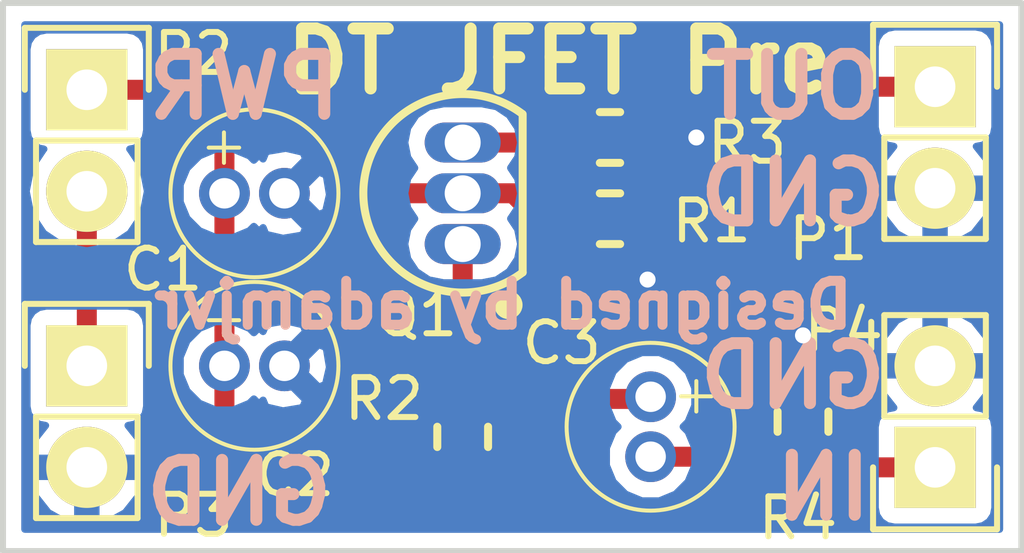
<source format=kicad_pcb>
(kicad_pcb (version 20160815) (host pcbnew "(2016-09-14 revision 83ed3c9)-makepkg")

  (general
    (links 18)
    (no_connects 0)
    (area 82.274105 62.3107 128.911134 83.8743)
    (thickness 1.6)
    (drawings 12)
    (tracks 37)
    (zones 0)
    (modules 12)
    (nets 8)
  )

  (page A4)
  (layers
    (0 F.Cu signal)
    (31 B.Cu signal)
    (32 B.Adhes user)
    (33 F.Adhes user)
    (34 B.Paste user)
    (35 F.Paste user)
    (36 B.SilkS user)
    (37 F.SilkS user)
    (38 B.Mask user)
    (39 F.Mask user)
    (40 Dwgs.User user)
    (41 Cmts.User user)
    (42 Eco1.User user)
    (43 Eco2.User user)
    (44 Edge.Cuts user)
    (45 Margin user)
    (46 B.CrtYd user)
    (47 F.CrtYd user)
    (48 B.Fab user)
    (49 F.Fab user hide)
  )

  (setup
    (last_trace_width 0.1778)
    (user_trace_width 0.1778)
    (user_trace_width 0.381)
    (user_trace_width 0.635)
    (trace_clearance 0.1778)
    (zone_clearance 0.381)
    (zone_45_only yes)
    (trace_min 0.1778)
    (segment_width 0.2)
    (edge_width 0.15)
    (via_size 0.635)
    (via_drill 0.3302)
    (via_min_size 0.635)
    (via_min_drill 0.3302)
    (user_via 0.635 0.3302)
    (uvia_size 0.3)
    (uvia_drill 0.1)
    (uvias_allowed no)
    (uvia_min_size 0.2)
    (uvia_min_drill 0.1)
    (pcb_text_width 0.3)
    (pcb_text_size 1.5 1.5)
    (mod_edge_width 0.15)
    (mod_text_size 1 1)
    (mod_text_width 0.15)
    (pad_size 1.524 1.524)
    (pad_drill 0.762)
    (pad_to_mask_clearance 0.2)
    (aux_axis_origin 0 0)
    (visible_elements 7FFFFFFF)
    (pcbplotparams
      (layerselection 0x010f0_ffffffff)
      (usegerberextensions true)
      (excludeedgelayer true)
      (linewidth 0.100000)
      (plotframeref false)
      (viasonmask false)
      (mode 1)
      (useauxorigin false)
      (hpglpennumber 1)
      (hpglpenspeed 20)
      (hpglpendiameter 15)
      (psnegative false)
      (psa4output false)
      (plotreference true)
      (plotvalue true)
      (plotinvisibletext false)
      (padsonsilk false)
      (subtractmaskfromsilk false)
      (outputformat 1)
      (mirror false)
      (drillshape 0)
      (scaleselection 1)
      (outputdirectory Fab_Output/))
  )

  (net 0 "")
  (net 1 GND)
  (net 2 +9V)
  (net 3 "Net-(C3-Pad2)")
  (net 4 "Net-(C3-Pad1)")
  (net 5 "Net-(P1-Pad1)")
  (net 6 "Net-(P2-Pad2)")
  (net 7 "Net-(Q1-Pad3)")

  (net_class Default "This is the default net class."
    (clearance 0.1778)
    (trace_width 0.1778)
    (via_dia 0.635)
    (via_drill 0.3302)
    (uvia_dia 0.3)
    (uvia_drill 0.1)
    (diff_pair_gap 0.254)
    (diff_pair_width 0.1778)
    (add_net +9V)
    (add_net GND)
    (add_net "Net-(C3-Pad1)")
    (add_net "Net-(C3-Pad2)")
    (add_net "Net-(P1-Pad1)")
    (add_net "Net-(P2-Pad2)")
    (add_net "Net-(Q1-Pad3)")
  )

  (module AudioLibFootprints:UMW1V4R7MDD1TP (layer F.Cu) (tedit 57E6DF39) (tstamp 57D8814D)
    (at 106.807 74.676)
    (path /57D891F1)
    (fp_text reference C1 (at -2.286 1.905) (layer F.SilkS)
      (effects (font (size 1 1) (thickness 0.15)))
    )
    (fp_text value UMW1C100MDD1TP (at -14.478 -7.62) (layer F.Fab)
      (effects (font (size 1 1) (thickness 0.15)))
    )
    (fp_line (start -0.381 -1.143) (end -1.143 -1.143) (layer F.SilkS) (width 0.1))
    (fp_line (start -0.762 -1.524) (end -0.762 -0.762) (layer F.SilkS) (width 0.1))
    (fp_circle (center 0 0) (end 2.1 0) (layer F.SilkS) (width 0.1))
    (pad 2 thru_hole circle (at 0.75 0) (size 1.27 1.27) (drill 0.762) (layers *.Cu *.Mask)
      (net 1 GND))
    (pad 1 thru_hole circle (at -0.75 0) (size 1.27 1.27) (drill 0.762) (layers *.Cu *.Mask)
      (net 2 +9V))
  )

  (module AudioLibFootprints:UMW1V4R7MDD1TP (layer F.Cu) (tedit 57E6DF39) (tstamp 57D88156)
    (at 106.807 78.994)
    (path /57D8B495)
    (fp_text reference C2 (at 1.016 2.7305) (layer F.SilkS)
      (effects (font (size 1 1) (thickness 0.15)))
    )
    (fp_text value UMW1C100MDD1TP (at -16.383 -6.985) (layer F.Fab)
      (effects (font (size 1 1) (thickness 0.15)))
    )
    (fp_line (start -0.381 -1.143) (end -1.143 -1.143) (layer F.SilkS) (width 0.1))
    (fp_line (start -0.762 -1.524) (end -0.762 -0.762) (layer F.SilkS) (width 0.1))
    (fp_circle (center 0 0) (end 2.1 0) (layer F.SilkS) (width 0.1))
    (pad 2 thru_hole circle (at 0.75 0) (size 1.27 1.27) (drill 0.762) (layers *.Cu *.Mask)
      (net 1 GND))
    (pad 1 thru_hole circle (at -0.75 0) (size 1.27 1.27) (drill 0.762) (layers *.Cu *.Mask)
      (net 2 +9V))
  )

  (module AudioLibFootprints:UMW1V4R7MDD1TP (layer F.Cu) (tedit 57E6DF39) (tstamp 57D8815F)
    (at 116.713 80.518 270)
    (path /57D892CA)
    (fp_text reference C3 (at -2.0955 2.2225) (layer F.SilkS)
      (effects (font (size 1 1) (thickness 0.15)))
    )
    (fp_text value UMW1V4R7MDD1TP (at -17.272 21.082) (layer F.Fab)
      (effects (font (size 1 1) (thickness 0.15)))
    )
    (fp_line (start -0.381 -1.143) (end -1.143 -1.143) (layer F.SilkS) (width 0.1))
    (fp_line (start -0.762 -1.524) (end -0.762 -0.762) (layer F.SilkS) (width 0.1))
    (fp_circle (center 0 0) (end 2.1 0) (layer F.SilkS) (width 0.1))
    (pad 2 thru_hole circle (at 0.75 0 270) (size 1.27 1.27) (drill 0.762) (layers *.Cu *.Mask)
      (net 3 "Net-(C3-Pad2)"))
    (pad 1 thru_hole circle (at -0.75 0 270) (size 1.27 1.27) (drill 0.762) (layers *.Cu *.Mask)
      (net 4 "Net-(C3-Pad1)"))
  )

  (module Pin_Headers:Pin_Header_Straight_1x02 (layer F.Cu) (tedit 57E6DF39) (tstamp 57D88165)
    (at 123.825 72.009)
    (descr "Through hole pin header")
    (tags "pin header")
    (path /57D8ACDA)
    (fp_text reference P1 (at -2.667 3.81) (layer F.SilkS)
      (effects (font (size 1 1) (thickness 0.15)))
    )
    (fp_text value CONN_01X02 (at 0 -3.1) (layer F.Fab)
      (effects (font (size 1 1) (thickness 0.15)))
    )
    (fp_line (start 1.27 1.27) (end 1.27 3.81) (layer F.SilkS) (width 0.15))
    (fp_line (start 1.55 -1.55) (end 1.55 0) (layer F.SilkS) (width 0.15))
    (fp_line (start -1.75 -1.75) (end -1.75 4.3) (layer F.CrtYd) (width 0.05))
    (fp_line (start 1.75 -1.75) (end 1.75 4.3) (layer F.CrtYd) (width 0.05))
    (fp_line (start -1.75 -1.75) (end 1.75 -1.75) (layer F.CrtYd) (width 0.05))
    (fp_line (start -1.75 4.3) (end 1.75 4.3) (layer F.CrtYd) (width 0.05))
    (fp_line (start 1.27 1.27) (end -1.27 1.27) (layer F.SilkS) (width 0.15))
    (fp_line (start -1.55 0) (end -1.55 -1.55) (layer F.SilkS) (width 0.15))
    (fp_line (start -1.55 -1.55) (end 1.55 -1.55) (layer F.SilkS) (width 0.15))
    (fp_line (start -1.27 1.27) (end -1.27 3.81) (layer F.SilkS) (width 0.15))
    (fp_line (start -1.27 3.81) (end 1.27 3.81) (layer F.SilkS) (width 0.15))
    (pad 1 thru_hole rect (at 0 0) (size 2.032 2.032) (drill 1.016) (layers *.Cu *.Mask F.SilkS)
      (net 5 "Net-(P1-Pad1)"))
    (pad 2 thru_hole oval (at 0 2.54) (size 2.032 2.032) (drill 1.016) (layers *.Cu *.Mask F.SilkS)
      (net 1 GND))
    (model Pin_Headers.3dshapes/Pin_Header_Straight_1x02.wrl
      (at (xyz 0 -0.05 0))
      (scale (xyz 1 1 1))
      (rotate (xyz 0 0 90))
    )
  )

  (module Pin_Headers:Pin_Header_Straight_1x02 (layer F.Cu) (tedit 57E6DF39) (tstamp 57D8816B)
    (at 102.616 72.0852)
    (descr "Through hole pin header")
    (tags "pin header")
    (path /57D8B0C4)
    (fp_text reference P2 (at 2.667 -0.9017) (layer F.SilkS)
      (effects (font (size 1 1) (thickness 0.15)))
    )
    (fp_text value CONN_01X02 (at -10.795 -7.3152) (layer F.Fab)
      (effects (font (size 1 1) (thickness 0.15)))
    )
    (fp_line (start 1.27 1.27) (end 1.27 3.81) (layer F.SilkS) (width 0.15))
    (fp_line (start 1.55 -1.55) (end 1.55 0) (layer F.SilkS) (width 0.15))
    (fp_line (start -1.75 -1.75) (end -1.75 4.3) (layer F.CrtYd) (width 0.05))
    (fp_line (start 1.75 -1.75) (end 1.75 4.3) (layer F.CrtYd) (width 0.05))
    (fp_line (start -1.75 -1.75) (end 1.75 -1.75) (layer F.CrtYd) (width 0.05))
    (fp_line (start -1.75 4.3) (end 1.75 4.3) (layer F.CrtYd) (width 0.05))
    (fp_line (start 1.27 1.27) (end -1.27 1.27) (layer F.SilkS) (width 0.15))
    (fp_line (start -1.55 0) (end -1.55 -1.55) (layer F.SilkS) (width 0.15))
    (fp_line (start -1.55 -1.55) (end 1.55 -1.55) (layer F.SilkS) (width 0.15))
    (fp_line (start -1.27 1.27) (end -1.27 3.81) (layer F.SilkS) (width 0.15))
    (fp_line (start -1.27 3.81) (end 1.27 3.81) (layer F.SilkS) (width 0.15))
    (pad 1 thru_hole rect (at 0 0) (size 2.032 2.032) (drill 1.016) (layers *.Cu *.Mask F.SilkS)
      (net 2 +9V))
    (pad 2 thru_hole oval (at 0 2.54) (size 2.032 2.032) (drill 1.016) (layers *.Cu *.Mask F.SilkS)
      (net 6 "Net-(P2-Pad2)"))
    (model Pin_Headers.3dshapes/Pin_Header_Straight_1x02.wrl
      (at (xyz 0 -0.05 0))
      (scale (xyz 1 1 1))
      (rotate (xyz 0 0 90))
    )
  )

  (module Pin_Headers:Pin_Header_Straight_1x02 (layer F.Cu) (tedit 57E6DF39) (tstamp 57D88171)
    (at 102.616 78.994)
    (descr "Through hole pin header")
    (tags "pin header")
    (path /57D8B1B6)
    (fp_text reference P3 (at 2.667 3.7465) (layer F.SilkS)
      (effects (font (size 1 1) (thickness 0.15)))
    )
    (fp_text value CONN_01X02 (at -12.192 -9.525) (layer F.Fab)
      (effects (font (size 1 1) (thickness 0.15)))
    )
    (fp_line (start 1.27 1.27) (end 1.27 3.81) (layer F.SilkS) (width 0.15))
    (fp_line (start 1.55 -1.55) (end 1.55 0) (layer F.SilkS) (width 0.15))
    (fp_line (start -1.75 -1.75) (end -1.75 4.3) (layer F.CrtYd) (width 0.05))
    (fp_line (start 1.75 -1.75) (end 1.75 4.3) (layer F.CrtYd) (width 0.05))
    (fp_line (start -1.75 -1.75) (end 1.75 -1.75) (layer F.CrtYd) (width 0.05))
    (fp_line (start -1.75 4.3) (end 1.75 4.3) (layer F.CrtYd) (width 0.05))
    (fp_line (start 1.27 1.27) (end -1.27 1.27) (layer F.SilkS) (width 0.15))
    (fp_line (start -1.55 0) (end -1.55 -1.55) (layer F.SilkS) (width 0.15))
    (fp_line (start -1.55 -1.55) (end 1.55 -1.55) (layer F.SilkS) (width 0.15))
    (fp_line (start -1.27 1.27) (end -1.27 3.81) (layer F.SilkS) (width 0.15))
    (fp_line (start -1.27 3.81) (end 1.27 3.81) (layer F.SilkS) (width 0.15))
    (pad 1 thru_hole rect (at 0 0) (size 2.032 2.032) (drill 1.016) (layers *.Cu *.Mask F.SilkS)
      (net 6 "Net-(P2-Pad2)"))
    (pad 2 thru_hole oval (at 0 2.54) (size 2.032 2.032) (drill 1.016) (layers *.Cu *.Mask F.SilkS)
      (net 1 GND))
    (model Pin_Headers.3dshapes/Pin_Header_Straight_1x02.wrl
      (at (xyz 0 -0.05 0))
      (scale (xyz 1 1 1))
      (rotate (xyz 0 0 90))
    )
  )

  (module Pin_Headers:Pin_Header_Straight_1x02 (layer F.Cu) (tedit 57E6DF39) (tstamp 57D88177)
    (at 123.825 81.534 180)
    (descr "Through hole pin header")
    (tags "pin header")
    (path /57D893AD)
    (fp_text reference P4 (at 2.286 3.429 180) (layer F.SilkS)
      (effects (font (size 1 1) (thickness 0.15)))
    )
    (fp_text value CONN_01X02 (at 35.052 0.762 180) (layer F.Fab)
      (effects (font (size 1 1) (thickness 0.15)))
    )
    (fp_line (start 1.27 1.27) (end 1.27 3.81) (layer F.SilkS) (width 0.15))
    (fp_line (start 1.55 -1.55) (end 1.55 0) (layer F.SilkS) (width 0.15))
    (fp_line (start -1.75 -1.75) (end -1.75 4.3) (layer F.CrtYd) (width 0.05))
    (fp_line (start 1.75 -1.75) (end 1.75 4.3) (layer F.CrtYd) (width 0.05))
    (fp_line (start -1.75 -1.75) (end 1.75 -1.75) (layer F.CrtYd) (width 0.05))
    (fp_line (start -1.75 4.3) (end 1.75 4.3) (layer F.CrtYd) (width 0.05))
    (fp_line (start 1.27 1.27) (end -1.27 1.27) (layer F.SilkS) (width 0.15))
    (fp_line (start -1.55 0) (end -1.55 -1.55) (layer F.SilkS) (width 0.15))
    (fp_line (start -1.55 -1.55) (end 1.55 -1.55) (layer F.SilkS) (width 0.15))
    (fp_line (start -1.27 1.27) (end -1.27 3.81) (layer F.SilkS) (width 0.15))
    (fp_line (start -1.27 3.81) (end 1.27 3.81) (layer F.SilkS) (width 0.15))
    (pad 1 thru_hole rect (at 0 0 180) (size 2.032 2.032) (drill 1.016) (layers *.Cu *.Mask F.SilkS)
      (net 3 "Net-(C3-Pad2)"))
    (pad 2 thru_hole oval (at 0 2.54 180) (size 2.032 2.032) (drill 1.016) (layers *.Cu *.Mask F.SilkS)
      (net 1 GND))
    (model Pin_Headers.3dshapes/Pin_Header_Straight_1x02.wrl
      (at (xyz 0 -0.05 0))
      (scale (xyz 1 1 1))
      (rotate (xyz 0 0 90))
    )
  )

  (module AudioLibFootprints:2N5457 (layer F.Cu) (tedit 57E6DF39) (tstamp 57D88181)
    (at 112.014 74.676)
    (path /57D88E41)
    (fp_text reference Q1 (at -1.143 3.048) (layer F.SilkS)
      (effects (font (size 1 1) (thickness 0.15)))
    )
    (fp_text value 2N5457 (at -23.622 -0.127 180) (layer F.Fab)
      (effects (font (size 1 1) (thickness 0.15)))
    )
    (fp_circle (center 1.143 2.794) (end 1.27 2.921) (layer F.SilkS) (width 0.35))
    (fp_arc (start 0 0) (end 1.5 1.98) (angle 254) (layer F.SilkS) (width 0.2))
    (fp_line (start 1.5 -1.98) (end 1.5 1.98) (layer F.SilkS) (width 0.2))
    (pad 1 thru_hole oval (at 0 1.27) (size 1.9 1) (drill 0.9) (layers *.Cu *.Mask)
      (net 4 "Net-(C3-Pad1)"))
    (pad 2 thru_hole oval (at 0 0) (size 1.9 1) (drill 0.9) (layers *.Cu *.Mask)
      (net 5 "Net-(P1-Pad1)"))
    (pad 3 thru_hole oval (at 0 -1.27) (size 1.9 1) (drill 0.9) (layers *.Cu *.Mask)
      (net 7 "Net-(Q1-Pad3)"))
  )

  (module AudioLibFootprints:R0805 (layer F.Cu) (tedit 57E6DF39) (tstamp 57D88193)
    (at 115.697 75.311)
    (path /57D88F2E)
    (fp_text reference R1 (at 2.54 0.0635) (layer F.SilkS)
      (effects (font (size 1 1) (thickness 0.15)))
    )
    (fp_text value RC2012F305CS (at -3.048 -11.938) (layer F.Fab)
      (effects (font (size 1 1) (thickness 0.15)))
    )
    (fp_line (start -1 -0.635) (end -1 0.635) (layer Eco1.User) (width 0.05))
    (fp_line (start 1 -0.635) (end 1 0.635) (layer Eco1.User) (width 0.05))
    (fp_line (start 1 0.635) (end -1 0.635) (layer Eco1.User) (width 0.05))
    (fp_line (start -1 -0.635) (end 1 -0.635) (layer Eco1.User) (width 0.05))
    (fp_line (start 0.254 0) (end -0.254 0) (layer Dwgs.User) (width 0.05))
    (fp_line (start 0 -0.381) (end 0 0.381) (layer Dwgs.User) (width 0.05))
    (fp_line (start -1.651 -1.016) (end 1.651 -1.016) (layer Dwgs.User) (width 0.05))
    (fp_line (start -1.651 -1.016) (end -1.651 1.016) (layer Dwgs.User) (width 0.05))
    (fp_line (start -1.651 1.016) (end 1.651 1.016) (layer Dwgs.User) (width 0.05))
    (fp_line (start 1.651 1.016) (end 1.651 -1.016) (layer Dwgs.User) (width 0.05))
    (fp_line (start -0.254 0.635) (end 0.254 0.635) (layer F.SilkS) (width 0.2))
    (fp_line (start -0.254 -0.635) (end 0.254 -0.635) (layer F.SilkS) (width 0.2))
    (pad 2 smd roundrect (at 0.95 0) (size 1.016 1.651) (layers F.Cu F.Paste F.Mask)(roundrect_rratio 0.25)
      (net 1 GND) (solder_mask_margin 0.102))
    (pad 1 smd roundrect (at -0.95 0) (size 1.016 1.651) (layers F.Cu F.Paste F.Mask)(roundrect_rratio 0.25)
      (net 5 "Net-(P1-Pad1)") (solder_mask_margin 0.102))
    (model C:/Users/adam/Documents/GitHub/AudioExperiments/Projects-KiCAD/Libraries/3D/RES0805.stp
      (at (xyz 0 0 0))
      (scale (xyz 1 1 1))
      (rotate (xyz 0 0 0))
    )
  )

  (module AudioLibFootprints:R0805 (layer F.Cu) (tedit 57E6DF39) (tstamp 57D881A5)
    (at 112.014 80.772 90)
    (path /57D8911A)
    (fp_text reference R2 (at 0.9525 -1.9685 180) (layer F.SilkS)
      (effects (font (size 1 1) (thickness 0.15)))
    )
    (fp_text value RC2012F682CS (at 4.445 -23.495) (layer F.Fab)
      (effects (font (size 1 1) (thickness 0.15)))
    )
    (fp_line (start -1 -0.635) (end -1 0.635) (layer Eco1.User) (width 0.05))
    (fp_line (start 1 -0.635) (end 1 0.635) (layer Eco1.User) (width 0.05))
    (fp_line (start 1 0.635) (end -1 0.635) (layer Eco1.User) (width 0.05))
    (fp_line (start -1 -0.635) (end 1 -0.635) (layer Eco1.User) (width 0.05))
    (fp_line (start 0.254 0) (end -0.254 0) (layer Dwgs.User) (width 0.05))
    (fp_line (start 0 -0.381) (end 0 0.381) (layer Dwgs.User) (width 0.05))
    (fp_line (start -1.651 -1.016) (end 1.651 -1.016) (layer Dwgs.User) (width 0.05))
    (fp_line (start -1.651 -1.016) (end -1.651 1.016) (layer Dwgs.User) (width 0.05))
    (fp_line (start -1.651 1.016) (end 1.651 1.016) (layer Dwgs.User) (width 0.05))
    (fp_line (start 1.651 1.016) (end 1.651 -1.016) (layer Dwgs.User) (width 0.05))
    (fp_line (start -0.254 0.635) (end 0.254 0.635) (layer F.SilkS) (width 0.2))
    (fp_line (start -0.254 -0.635) (end 0.254 -0.635) (layer F.SilkS) (width 0.2))
    (pad 2 smd roundrect (at 0.95 0 90) (size 1.016 1.651) (layers F.Cu F.Paste F.Mask)(roundrect_rratio 0.25)
      (net 4 "Net-(C3-Pad1)") (solder_mask_margin 0.102))
    (pad 1 smd roundrect (at -0.95 0 90) (size 1.016 1.651) (layers F.Cu F.Paste F.Mask)(roundrect_rratio 0.25)
      (net 2 +9V) (solder_mask_margin 0.102))
    (model C:/Users/adam/Documents/GitHub/AudioExperiments/Projects-KiCAD/Libraries/3D/RES0805.stp
      (at (xyz 0 0 0))
      (scale (xyz 1 1 1))
      (rotate (xyz 0 0 0))
    )
  )

  (module AudioLibFootprints:R0805 (layer F.Cu) (tedit 57E6DF39) (tstamp 57D881B7)
    (at 115.697 73.279)
    (path /57D88D70)
    (fp_text reference R3 (at 3.429 0.127) (layer F.SilkS)
      (effects (font (size 1 1) (thickness 0.15)))
    )
    (fp_text value RC2012F222CS (at -1.778 -5.969) (layer F.Fab)
      (effects (font (size 1 1) (thickness 0.15)))
    )
    (fp_line (start -1 -0.635) (end -1 0.635) (layer Eco1.User) (width 0.05))
    (fp_line (start 1 -0.635) (end 1 0.635) (layer Eco1.User) (width 0.05))
    (fp_line (start 1 0.635) (end -1 0.635) (layer Eco1.User) (width 0.05))
    (fp_line (start -1 -0.635) (end 1 -0.635) (layer Eco1.User) (width 0.05))
    (fp_line (start 0.254 0) (end -0.254 0) (layer Dwgs.User) (width 0.05))
    (fp_line (start 0 -0.381) (end 0 0.381) (layer Dwgs.User) (width 0.05))
    (fp_line (start -1.651 -1.016) (end 1.651 -1.016) (layer Dwgs.User) (width 0.05))
    (fp_line (start -1.651 -1.016) (end -1.651 1.016) (layer Dwgs.User) (width 0.05))
    (fp_line (start -1.651 1.016) (end 1.651 1.016) (layer Dwgs.User) (width 0.05))
    (fp_line (start 1.651 1.016) (end 1.651 -1.016) (layer Dwgs.User) (width 0.05))
    (fp_line (start -0.254 0.635) (end 0.254 0.635) (layer F.SilkS) (width 0.2))
    (fp_line (start -0.254 -0.635) (end 0.254 -0.635) (layer F.SilkS) (width 0.2))
    (pad 2 smd roundrect (at 0.95 0) (size 1.016 1.651) (layers F.Cu F.Paste F.Mask)(roundrect_rratio 0.25)
      (net 1 GND) (solder_mask_margin 0.102))
    (pad 1 smd roundrect (at -0.95 0) (size 1.016 1.651) (layers F.Cu F.Paste F.Mask)(roundrect_rratio 0.25)
      (net 7 "Net-(Q1-Pad3)") (solder_mask_margin 0.102))
    (model C:/Users/adam/Documents/GitHub/AudioExperiments/Projects-KiCAD/Libraries/3D/RES0805.stp
      (at (xyz 0 0 0))
      (scale (xyz 1 1 1))
      (rotate (xyz 0 0 0))
    )
  )

  (module AudioLibFootprints:R0805 (layer F.Cu) (tedit 57E6DF39) (tstamp 57D881C9)
    (at 120.523 80.391 90)
    (path /57D8902F)
    (fp_text reference R4 (at -2.413 -0.127 180) (layer F.SilkS)
      (effects (font (size 1 1) (thickness 0.15)))
    )
    (fp_text value RC2012F513CS (at 2.286 -32.258) (layer F.Fab)
      (effects (font (size 1 1) (thickness 0.15)))
    )
    (fp_line (start -1 -0.635) (end -1 0.635) (layer Eco1.User) (width 0.05))
    (fp_line (start 1 -0.635) (end 1 0.635) (layer Eco1.User) (width 0.05))
    (fp_line (start 1 0.635) (end -1 0.635) (layer Eco1.User) (width 0.05))
    (fp_line (start -1 -0.635) (end 1 -0.635) (layer Eco1.User) (width 0.05))
    (fp_line (start 0.254 0) (end -0.254 0) (layer Dwgs.User) (width 0.05))
    (fp_line (start 0 -0.381) (end 0 0.381) (layer Dwgs.User) (width 0.05))
    (fp_line (start -1.651 -1.016) (end 1.651 -1.016) (layer Dwgs.User) (width 0.05))
    (fp_line (start -1.651 -1.016) (end -1.651 1.016) (layer Dwgs.User) (width 0.05))
    (fp_line (start -1.651 1.016) (end 1.651 1.016) (layer Dwgs.User) (width 0.05))
    (fp_line (start 1.651 1.016) (end 1.651 -1.016) (layer Dwgs.User) (width 0.05))
    (fp_line (start -0.254 0.635) (end 0.254 0.635) (layer F.SilkS) (width 0.2))
    (fp_line (start -0.254 -0.635) (end 0.254 -0.635) (layer F.SilkS) (width 0.2))
    (pad 2 smd roundrect (at 0.95 0 90) (size 1.016 1.651) (layers F.Cu F.Paste F.Mask)(roundrect_rratio 0.25)
      (net 1 GND) (solder_mask_margin 0.102))
    (pad 1 smd roundrect (at -0.95 0 90) (size 1.016 1.651) (layers F.Cu F.Paste F.Mask)(roundrect_rratio 0.25)
      (net 3 "Net-(C3-Pad2)") (solder_mask_margin 0.102))
    (model C:/Users/adam/Documents/GitHub/AudioExperiments/Projects-KiCAD/Libraries/3D/RES0805.stp
      (at (xyz 0 0 0))
      (scale (xyz 1 1 1))
      (rotate (xyz 0 0 0))
    )
  )

  (gr_text "Designed by adamjvr" (at 113.03 77.47) (layer B.SilkS) (tstamp 57E45DBB)
    (effects (font (size 1.1 1.1) (thickness 0.25)) (justify mirror))
  )
  (gr_text "DT JFET Pre" (at 114.427 71.374) (layer F.SilkS)
    (effects (font (size 1.5 1.5) (thickness 0.3)))
  )
  (gr_text OUT (at 120.269 72.009) (layer B.SilkS)
    (effects (font (size 1.5 1.5) (thickness 0.3)) (justify mirror))
  )
  (gr_text "GND\n" (at 120.269 74.676) (layer B.SilkS)
    (effects (font (size 1.5 1.5) (thickness 0.3)) (justify mirror))
  )
  (gr_text "GND\n" (at 120.269 79.248) (layer B.SilkS)
    (effects (font (size 1.5 1.5) (thickness 0.3)) (justify mirror))
  )
  (gr_text IN (at 121.031 82.042) (layer B.SilkS)
    (effects (font (size 1.5 1.5) (thickness 0.3)) (justify mirror))
  )
  (gr_text GND (at 106.426 82.169) (layer B.SilkS)
    (effects (font (size 1.5 1.5) (thickness 0.3)) (justify mirror))
  )
  (gr_text PWR (at 106.553 72.009) (layer B.SilkS)
    (effects (font (size 1.5 1.5) (thickness 0.3)) (justify mirror))
  )
  (gr_line (start 100.5205 83.6295) (end 100.5205 69.9135) (angle 90) (layer Edge.Cuts) (width 0.15))
  (gr_line (start 125.984 83.6295) (end 125.984 69.9135) (angle 90) (layer Edge.Cuts) (width 0.15))
  (gr_line (start 100.5205 83.6295) (end 125.984 83.6295) (angle 90) (layer Edge.Cuts) (width 0.15))
  (gr_line (start 125.984 69.9135) (end 100.5205 69.9135) (angle 90) (layer Edge.Cuts) (width 0.15))

  (segment (start 116.647 73.279) (end 117.856 73.279) (width 0.5) (layer F.Cu) (net 1))
  (via (at 117.856 73.279) (size 0.8) (drill 0.4) (layers F.Cu B.Cu) (net 1))
  (segment (start 120.523 79.441) (end 120.523 78.232) (width 0.5) (layer F.Cu) (net 1))
  (via (at 120.523 78.232) (size 0.8) (drill 0.4) (layers F.Cu B.Cu) (net 1))
  (segment (start 116.647 75.311) (end 116.647 76.8248) (width 0.5) (layer F.Cu) (net 1))
  (segment (start 116.647 76.8248) (end 116.6368 76.835) (width 0.25) (layer F.Cu) (net 1))
  (via (at 116.6368 76.835) (size 0.8) (drill 0.4) (layers F.Cu B.Cu) (net 1))
  (segment (start 106.057 74.676) (end 106.057 73.777975) (width 0.5) (layer F.Cu) (net 2))
  (segment (start 106.057 73.777975) (end 106.057 72.91) (width 0.5) (layer F.Cu) (net 2))
  (segment (start 106.057 78.994) (end 106.057 78.095975) (width 0.5) (layer F.Cu) (net 2))
  (segment (start 106.057 78.095975) (end 106.057 74.676) (width 0.5) (layer F.Cu) (net 2))
  (segment (start 106.057 80.264) (end 106.057 78.994) (width 0.5) (layer F.Cu) (net 2))
  (segment (start 105.2322 72.0852) (end 106.057 72.91) (width 0.5) (layer F.Cu) (net 2) (tstamp 57D88A28))
  (segment (start 102.616 72.0852) (end 105.2322 72.0852) (width 0.5) (layer F.Cu) (net 2))
  (segment (start 106.057 80.264) (end 107.515 81.722) (width 0.5) (layer F.Cu) (net 2) (tstamp 57D88A2A))
  (segment (start 107.515 81.722) (end 112.014 81.722) (width 0.5) (layer F.Cu) (net 2) (tstamp 57D88A2B))
  (segment (start 123.825 81.534) (end 120.716 81.534) (width 0.5) (layer F.Cu) (net 3))
  (segment (start 120.716 81.534) (end 120.523 81.341) (width 0.25) (layer F.Cu) (net 3) (tstamp 57D88A39))
  (segment (start 116.713 81.268) (end 120.45 81.268) (width 0.5) (layer F.Cu) (net 3))
  (segment (start 120.45 81.268) (end 120.523 81.341) (width 0.25) (layer F.Cu) (net 3) (tstamp 57D88A35))
  (segment (start 112.014 79.822) (end 116.659 79.822) (width 0.5) (layer F.Cu) (net 4))
  (segment (start 112.014 79.822) (end 112.014 75.946) (width 0.5) (layer F.Cu) (net 4))
  (segment (start 116.659 79.822) (end 116.713 79.768) (width 0.25) (layer F.Cu) (net 4) (tstamp 57D88A30))
  (segment (start 114.747 75.311) (end 113.91285 75.311) (width 0.5) (layer F.Cu) (net 5))
  (segment (start 113.91285 75.311) (end 113.27785 74.676) (width 0.5) (layer F.Cu) (net 5))
  (segment (start 113.27785 74.676) (end 112.014 74.676) (width 0.5) (layer F.Cu) (net 5))
  (segment (start 123.825 72.009) (end 121.4755 72.009) (width 0.5) (layer F.Cu) (net 5))
  (segment (start 110.4265 74.676) (end 112.014 74.676) (width 0.5) (layer F.Cu) (net 5) (tstamp 57D88A50))
  (segment (start 109.7915 74.041) (end 110.4265 74.676) (width 0.5) (layer F.Cu) (net 5) (tstamp 57D88A4F))
  (segment (start 109.7915 71.6915) (end 109.7915 74.041) (width 0.5) (layer F.Cu) (net 5) (tstamp 57D88A4D))
  (segment (start 110.6805 70.8025) (end 109.7915 71.6915) (width 0.5) (layer F.Cu) (net 5) (tstamp 57D88A4B))
  (segment (start 120.269 70.8025) (end 110.6805 70.8025) (width 0.5) (layer F.Cu) (net 5) (tstamp 57D88A49))
  (segment (start 121.4755 72.009) (end 120.269 70.8025) (width 0.5) (layer F.Cu) (net 5) (tstamp 57D88A47))
  (segment (start 114.493 75.057) (end 114.747 75.311) (width 0.25) (layer F.Cu) (net 5) (tstamp 57D88A3C))
  (segment (start 102.616 74.6252) (end 102.616 78.994) (width 0.5) (layer F.Cu) (net 6))
  (segment (start 112.014 73.406) (end 114.795366 73.406) (width 0.5) (layer F.Cu) (net 7))
  (segment (start 114.795366 73.406) (end 114.798508 73.409142) (width 0.5) (layer F.Cu) (net 7))

  (zone (net 1) (net_name GND) (layer B.Cu) (tstamp 0) (hatch edge 0.508)
    (connect_pads thru_hole_only (clearance 0.381))
    (min_thickness 0.1778)
    (fill yes (arc_segments 16) (thermal_gap 0.381) (thermal_bridge_width 0.635))
    (polygon
      (pts
        (xy 125.603 83.312) (xy 125.603 70.231) (xy 100.838 70.231) (xy 100.838 83.312)
      )
    )
    (filled_polygon
      (pts
        (xy 125.4391 83.0846) (xy 101.0654 83.0846) (xy 101.0654 81.989464) (xy 101.201627 81.989464) (xy 101.29381 82.212061)
        (xy 101.653939 82.666427) (xy 102.160533 82.948391) (xy 102.3874 82.884753) (xy 102.3874 81.7626) (xy 102.8446 81.7626)
        (xy 102.8446 82.884753) (xy 103.071467 82.948391) (xy 103.578061 82.666427) (xy 103.93819 82.212061) (xy 104.030373 81.989464)
        (xy 103.965196 81.7626) (xy 102.8446 81.7626) (xy 102.3874 81.7626) (xy 101.266804 81.7626) (xy 101.201627 81.989464)
        (xy 101.0654 81.989464) (xy 101.0654 77.978) (xy 101.120895 77.978) (xy 101.120895 80.01) (xy 101.157365 80.193346)
        (xy 101.261222 80.348778) (xy 101.416654 80.452635) (xy 101.586664 80.486452) (xy 101.29381 80.855939) (xy 101.201627 81.078536)
        (xy 101.266804 81.3054) (xy 102.3874 81.3054) (xy 102.3874 81.2854) (xy 102.8446 81.2854) (xy 102.8446 81.3054)
        (xy 103.965196 81.3054) (xy 104.030373 81.078536) (xy 103.93819 80.855939) (xy 103.645336 80.486452) (xy 103.815346 80.452635)
        (xy 103.970778 80.348778) (xy 104.074635 80.193346) (xy 104.111105 80.01) (xy 104.111105 79.212814) (xy 104.951909 79.212814)
        (xy 105.119765 79.619058) (xy 105.430307 79.930142) (xy 105.836258 80.098708) (xy 106.275814 80.099091) (xy 106.682058 79.931235)
        (xy 106.792886 79.8206) (xy 106.923289 79.951003) (xy 107.023676 79.850616) (xy 107.093551 80.020801) (xy 107.521768 80.119995)
        (xy 107.95535 80.047766) (xy 108.020449 80.020801) (xy 108.034403 79.986814) (xy 115.607909 79.986814) (xy 115.775765 80.393058)
        (xy 115.900435 80.517945) (xy 115.776858 80.641307) (xy 115.608292 81.047258) (xy 115.607909 81.486814) (xy 115.775765 81.893058)
        (xy 116.086307 82.204142) (xy 116.492258 82.372708) (xy 116.931814 82.373091) (xy 117.338058 82.205235) (xy 117.649142 81.894693)
        (xy 117.817708 81.488742) (xy 117.818091 81.049186) (xy 117.650235 80.642942) (xy 117.525565 80.518055) (xy 117.52562 80.518)
        (xy 122.329895 80.518) (xy 122.329895 82.55) (xy 122.366365 82.733346) (xy 122.470222 82.888778) (xy 122.625654 82.992635)
        (xy 122.809 83.029105) (xy 124.841 83.029105) (xy 125.024346 82.992635) (xy 125.179778 82.888778) (xy 125.283635 82.733346)
        (xy 125.320105 82.55) (xy 125.320105 80.518) (xy 125.283635 80.334654) (xy 125.179778 80.179222) (xy 125.024346 80.075365)
        (xy 124.854336 80.041548) (xy 125.14719 79.672061) (xy 125.239373 79.449464) (xy 125.174196 79.2226) (xy 124.0536 79.2226)
        (xy 124.0536 79.2426) (xy 123.5964 79.2426) (xy 123.5964 79.2226) (xy 122.475804 79.2226) (xy 122.410627 79.449464)
        (xy 122.50281 79.672061) (xy 122.795664 80.041548) (xy 122.625654 80.075365) (xy 122.470222 80.179222) (xy 122.366365 80.334654)
        (xy 122.329895 80.518) (xy 117.52562 80.518) (xy 117.649142 80.394693) (xy 117.817708 79.988742) (xy 117.818091 79.549186)
        (xy 117.650235 79.142942) (xy 117.339693 78.831858) (xy 116.933742 78.663292) (xy 116.494186 78.662909) (xy 116.087942 78.830765)
        (xy 115.776858 79.141307) (xy 115.608292 79.547258) (xy 115.607909 79.986814) (xy 108.034403 79.986814) (xy 108.090325 79.850615)
        (xy 107.557 79.317289) (xy 107.542858 79.331432) (xy 107.219569 79.008143) (xy 107.233711 78.994) (xy 107.880289 78.994)
        (xy 108.413615 79.527325) (xy 108.583801 79.457449) (xy 108.682995 79.029232) (xy 108.610766 78.59565) (xy 108.587109 78.538536)
        (xy 122.410627 78.538536) (xy 122.475804 78.7654) (xy 123.5964 78.7654) (xy 123.5964 77.643247) (xy 124.0536 77.643247)
        (xy 124.0536 78.7654) (xy 125.174196 78.7654) (xy 125.239373 78.538536) (xy 125.14719 78.315939) (xy 124.787061 77.861573)
        (xy 124.280467 77.579609) (xy 124.0536 77.643247) (xy 123.5964 77.643247) (xy 123.369533 77.579609) (xy 122.862939 77.861573)
        (xy 122.50281 78.315939) (xy 122.410627 78.538536) (xy 108.587109 78.538536) (xy 108.583801 78.530551) (xy 108.413615 78.460675)
        (xy 107.880289 78.994) (xy 107.233711 78.994) (xy 107.219569 78.979858) (xy 107.542858 78.656568) (xy 107.557 78.670711)
        (xy 108.090325 78.137385) (xy 108.020449 77.967199) (xy 107.592232 77.868005) (xy 107.15865 77.940234) (xy 107.093551 77.967199)
        (xy 107.023676 78.137384) (xy 106.923289 78.036997) (xy 106.792965 78.167321) (xy 106.683693 78.057858) (xy 106.277742 77.889292)
        (xy 105.838186 77.888909) (xy 105.431942 78.056765) (xy 105.120858 78.367307) (xy 104.952292 78.773258) (xy 104.951909 79.212814)
        (xy 104.111105 79.212814) (xy 104.111105 77.978) (xy 104.074635 77.794654) (xy 103.970778 77.639222) (xy 103.815346 77.535365)
        (xy 103.632 77.498895) (xy 101.6 77.498895) (xy 101.416654 77.535365) (xy 101.261222 77.639222) (xy 101.157365 77.794654)
        (xy 101.120895 77.978) (xy 101.0654 77.978) (xy 101.0654 74.6252) (xy 101.100989 74.6252) (xy 101.214096 75.193829)
        (xy 101.536199 75.67589) (xy 102.01826 75.997993) (xy 102.586889 76.1111) (xy 102.645111 76.1111) (xy 103.21374 75.997993)
        (xy 103.695801 75.67589) (xy 104.017904 75.193829) (xy 104.077381 74.894814) (xy 104.951909 74.894814) (xy 105.119765 75.301058)
        (xy 105.430307 75.612142) (xy 105.836258 75.780708) (xy 106.275814 75.781091) (xy 106.682058 75.613235) (xy 106.792886 75.5026)
        (xy 106.923289 75.633003) (xy 107.023676 75.532616) (xy 107.093551 75.702801) (xy 107.521768 75.801995) (xy 107.95535 75.729766)
        (xy 108.020449 75.702801) (xy 108.090325 75.532615) (xy 107.557 74.999289) (xy 107.542858 75.013432) (xy 107.219569 74.690143)
        (xy 107.233711 74.676) (xy 107.880289 74.676) (xy 108.413615 75.209325) (xy 108.583801 75.139449) (xy 108.682995 74.711232)
        (xy 108.610766 74.27765) (xy 108.583801 74.212551) (xy 108.413615 74.142675) (xy 107.880289 74.676) (xy 107.233711 74.676)
        (xy 107.219569 74.661858) (xy 107.542858 74.338568) (xy 107.557 74.352711) (xy 108.090325 73.819385) (xy 108.020449 73.649199)
        (xy 107.592232 73.550005) (xy 107.15865 73.622234) (xy 107.093551 73.649199) (xy 107.023676 73.819384) (xy 106.923289 73.718997)
        (xy 106.792965 73.849321) (xy 106.683693 73.739858) (xy 106.277742 73.571292) (xy 105.838186 73.570909) (xy 105.431942 73.738765)
        (xy 105.120858 74.049307) (xy 104.952292 74.455258) (xy 104.951909 74.894814) (xy 104.077381 74.894814) (xy 104.131011 74.6252)
        (xy 104.017904 74.056571) (xy 103.695801 73.57451) (xy 103.687848 73.569196) (xy 103.815346 73.543835) (xy 103.970778 73.439978)
        (xy 103.993481 73.406) (xy 110.566283 73.406) (xy 110.640112 73.777165) (xy 110.816401 74.041) (xy 110.640112 74.304835)
        (xy 110.566283 74.676) (xy 110.640112 75.047165) (xy 110.816401 75.311) (xy 110.640112 75.574835) (xy 110.566283 75.946)
        (xy 110.640112 76.317165) (xy 110.85036 76.631823) (xy 111.165018 76.842071) (xy 111.536183 76.9159) (xy 112.491817 76.9159)
        (xy 112.862982 76.842071) (xy 113.17764 76.631823) (xy 113.387888 76.317165) (xy 113.461717 75.946) (xy 113.387888 75.574835)
        (xy 113.211599 75.311) (xy 113.387888 75.047165) (xy 113.396381 75.004464) (xy 122.410627 75.004464) (xy 122.50281 75.227061)
        (xy 122.862939 75.681427) (xy 123.369533 75.963391) (xy 123.5964 75.899753) (xy 123.5964 74.7776) (xy 124.0536 74.7776)
        (xy 124.0536 75.899753) (xy 124.280467 75.963391) (xy 124.787061 75.681427) (xy 125.14719 75.227061) (xy 125.239373 75.004464)
        (xy 125.174196 74.7776) (xy 124.0536 74.7776) (xy 123.5964 74.7776) (xy 122.475804 74.7776) (xy 122.410627 75.004464)
        (xy 113.396381 75.004464) (xy 113.461717 74.676) (xy 113.387888 74.304835) (xy 113.211599 74.041) (xy 113.387888 73.777165)
        (xy 113.461717 73.406) (xy 113.387888 73.034835) (xy 113.17764 72.720177) (xy 112.862982 72.509929) (xy 112.491817 72.4361)
        (xy 111.536183 72.4361) (xy 111.165018 72.509929) (xy 110.85036 72.720177) (xy 110.640112 73.034835) (xy 110.566283 73.406)
        (xy 103.993481 73.406) (xy 104.074635 73.284546) (xy 104.111105 73.1012) (xy 104.111105 71.0692) (xy 104.095948 70.993)
        (xy 122.329895 70.993) (xy 122.329895 73.025) (xy 122.366365 73.208346) (xy 122.470222 73.363778) (xy 122.625654 73.467635)
        (xy 122.795664 73.501452) (xy 122.50281 73.870939) (xy 122.410627 74.093536) (xy 122.475804 74.3204) (xy 123.5964 74.3204)
        (xy 123.5964 74.3004) (xy 124.0536 74.3004) (xy 124.0536 74.3204) (xy 125.174196 74.3204) (xy 125.239373 74.093536)
        (xy 125.14719 73.870939) (xy 124.854336 73.501452) (xy 125.024346 73.467635) (xy 125.179778 73.363778) (xy 125.283635 73.208346)
        (xy 125.320105 73.025) (xy 125.320105 70.993) (xy 125.283635 70.809654) (xy 125.179778 70.654222) (xy 125.024346 70.550365)
        (xy 124.841 70.513895) (xy 122.809 70.513895) (xy 122.625654 70.550365) (xy 122.470222 70.654222) (xy 122.366365 70.809654)
        (xy 122.329895 70.993) (xy 104.095948 70.993) (xy 104.074635 70.885854) (xy 103.970778 70.730422) (xy 103.815346 70.626565)
        (xy 103.632 70.590095) (xy 101.6 70.590095) (xy 101.416654 70.626565) (xy 101.261222 70.730422) (xy 101.157365 70.885854)
        (xy 101.120895 71.0692) (xy 101.120895 73.1012) (xy 101.157365 73.284546) (xy 101.261222 73.439978) (xy 101.416654 73.543835)
        (xy 101.544152 73.569196) (xy 101.536199 73.57451) (xy 101.214096 74.056571) (xy 101.100989 74.6252) (xy 101.0654 74.6252)
        (xy 101.0654 70.4584) (xy 125.4391 70.4584)
      )
    )
  )
)

</source>
